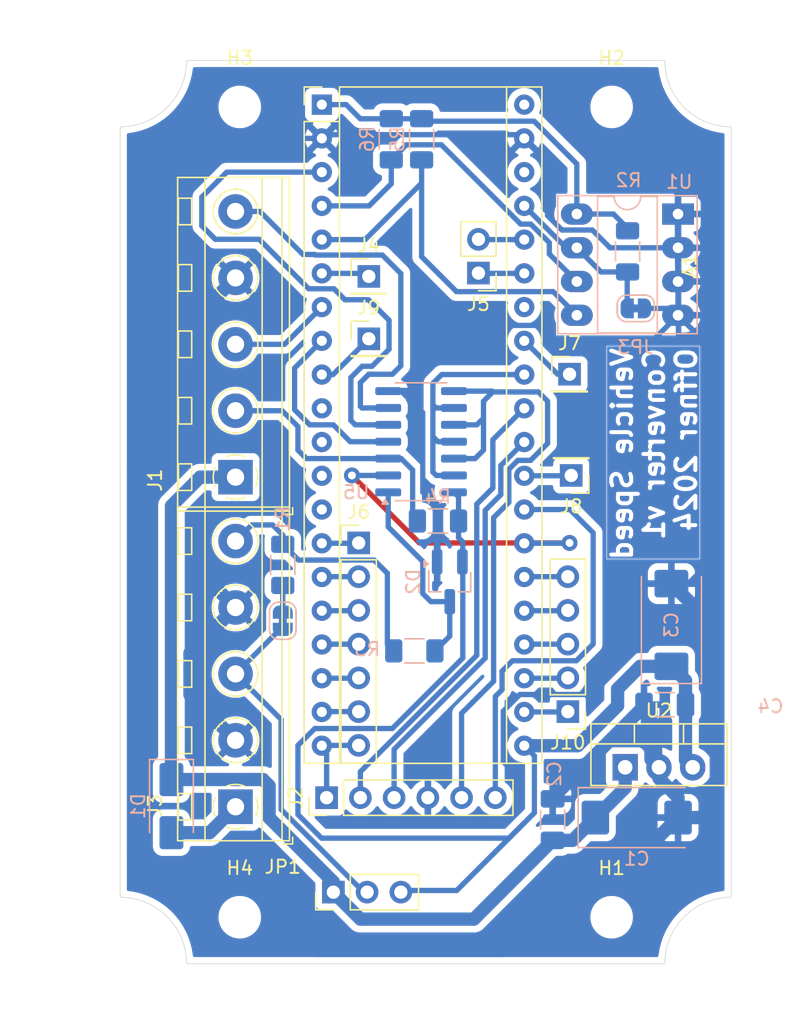
<source format=kicad_pcb>
(kicad_pcb (version 20221018) (generator pcbnew)
  (layers (0 "F.Cu" signal) (31 "B.Cu" signal) (34 "B.Paste" user) (35 "F.Paste" user) (36 "B.SilkS" user "B.Silkscreen") (37 "F.SilkS" user "F.Silkscreen") (38 "B.Mask" user) (39 "F.Mask" user) (44 "Edge.Cuts" user))
  (net 0 "")
  (net 1 "+3V3")
  (net 2 "GND")
  (net 3 "/SCL")
  (net 4 "/SDA")
  (net 5 "/TX")
  (net 6 "/RX")
  (net 7 "/CW{slash}CCW")
  (net 9 "/STATE")
  (net 11 "/WP")
  (net 12 "/EN")
  (net 15 "VCC")
  (net 16 "+5V")
  (net 17 "Net-(D1-A)")
  (net 18 "/SSIG")
  (net 19 "Net-(JP2-A)")
  (net 20 "/SensorVcc")
  (net 21 "Net-(D2-K-Pad3)")
  (net 25 "/MotorSpeed")
  (net 26 "/MotorPWM")
  (net 27 "/VSpeedIn")
  (net 28 "Net-(A1-RX1{slash}D25)")
  (net 29 "Net-(A1-TX1{slash}D26)")
  (net 30 "Net-(A1-MOSI2{slash}D28)")
  (net 31 "Net-(A1-MISO2{slash}D29)")
  (net 32 "Net-(A1-SCK2{slash}D30)")
  (net 33 "Net-(A1-D1{slash}SCL2)")
  (net 34 "Net-(A1-D2)")
  (net 35 "Net-(A1-D3)")
  (net 36 "Net-(A1-D4{slash}MOSI1)")
  (net 37 "Net-(A1-D7{slash}SS1)")
  (net 38 "Net-(A1-D12)")
  (net 39 "Net-(A1-D13)")
  (net 40 "Net-(A1-D20)")
  (net 41 "Net-(A1-D27)")
  (net 42 "Net-(A1-D17)")
  (net 43 "Net-(J2-Pin_5)")
  (net 44 "/~{HC05ON}")
  (net 45 "Net-(A1-D11)")
  (net 46 "Net-(J1-Pin_5)")
  (net 47 "Net-(J1-Pin_2)")
  (net 48 "Net-(A1-D0{slash}SDA2)")
  (footprint "Package_TO_SOT_THT:TO-220-3_Vertical" (layer "F.Cu") (at 168.021 124.714)
    (fp_text reference "U2")
    (fp_text value "L7805")
  )
  (footprint "Connector_PinHeader_2.54mm:PinHeader_1x03_P2.54mm_Vertical" (layer "F.Cu") (at 146.05 134.112 90)
    (fp_text reference "JP1")
    (fp_text value "SensorVcc")
  )
  (footprint "Connector_PinHeader_2.54mm:PinHeader_1x05_P2.54mm_Vertical" (layer "F.Cu") (at 163.703 120.523 180)
    (fp_text reference "J10")
    (fp_text value "Conn_01x05")
  )
  (footprint "MountingHole:MountingHole_2.7mm_M2.5" (layer "F.Cu") (at 139 75)
    (fp_text reference "H3")
    (fp_text value "MountingHole")
  )
  (footprint "TerminalBlock_MetzConnect:TerminalBlock_MetzConnect_Type094_RT03505HBLU_1x05_P5.00mm_Horizontal" (layer "F.Cu") (at 138.684 127.682 90)
    (fp_text reference "J3")
    (fp_text value "Input")
  )
  (footprint "MountingHole:MountingHole_2.7mm_M2.5" (layer "F.Cu") (at 167 136)
    (fp_text reference "H1")
    (fp_text value "MountingHole")
  )
  (footprint "Connector_PinHeader_2.54mm:PinHeader_1x01_P2.54mm_Vertical" (layer "F.Cu") (at 163.957 102.743 180)
    (fp_text reference "J8")
    (fp_text value "Conn_01x01")
  )
  (footprint "Connector_PinHeader_2.54mm:PinHeader_1x01_P2.54mm_Vertical" (layer "F.Cu") (at 163.83 95.123)
    (fp_text reference "J7")
    (fp_text value "Conn_01x01")
  )
  (footprint "Connector_PinHeader_2.54mm:PinHeader_1x01_P2.54mm_Vertical" (layer "F.Cu") (at 148.717 92.456)
    (fp_text reference "J9")
    (fp_text value "Conn_01x01")
  )
  (footprint "Connector_PinHeader_2.54mm:PinHeader_1x01_P2.54mm_Vertical" (layer "F.Cu") (at 148.717 87.757)
    (fp_text reference "J4")
    (fp_text value "Conn_01x01")
  )
  (footprint "Connector_PinHeader_2.54mm:PinHeader_1x07_P2.54mm_Vertical" (layer "F.Cu") (at 147.955 107.823)
    (fp_text reference "J6")
    (fp_text value "Conn_01x07")
  )
  (footprint "Module:Maple_Mini" (layer "F.Cu") (at 145.18 74.828)
    (fp_text reference "A1")
    (fp_text value "Maple_Mini")
  )
  (footprint "MountingHole:MountingHole_2.7mm_M2.5" (layer "F.Cu") (at 139 136)
    (fp_text reference "H4")
    (fp_text value "MountingHole")
  )
  (footprint "TerminalBlock_MetzConnect:TerminalBlock_MetzConnect_Type094_RT03505HBLU_1x05_P5.00mm_Horizontal" (layer "F.Cu") (at 138.684 102.87 90)
    (fp_text reference "J1")
    (fp_text value "Motor")
  )
  (footprint "Connector_PinHeader_2.54mm:PinHeader_1x06_P2.54mm_Vertical" (layer "F.Cu") (at 145.542 127 90)
    (fp_text reference "J2")
    (fp_text value "HC05")
  )
  (footprint "MountingHole:MountingHole_2.7mm_M2.5" (layer "F.Cu") (at 167 75)
    (fp_text reference "H2")
    (fp_text value "MountingHole")
  )
  (footprint "Connector_PinHeader_2.54mm:PinHeader_1x02_P2.54mm_Vertical" (layer "F.Cu") (at 156.972 87.508 180)
    (fp_text reference "J5")
    (fp_text value "Conn_01x02")
  )
  (footprint "Diode_SMD:D_SMA" (layer "B.Cu") (at 133.858 127.635 -90)
    (fp_text reference "D1")
    (fp_text value "1N4007")
  )
  (footprint "Resistor_SMD:R_1206_3216Metric_Pad1.30x1.75mm_HandSolder" (layer "B.Cu") (at 152.69491 77.433615 -90)
    (fp_text reference "R5")
    (fp_text value "1k")
  )
  (footprint "Capacitor_Tantalum_SMD:CP_EIA-7343-31_Kemet-D" (layer "B.Cu") (at 171.5 114 90)
    (fp_text reference "C3")
    (fp_text value "100u/25")
  )
  (footprint "Package_DIP:DIP-8_W7.62mm_Socket_LongPads" (layer "B.Cu") (at 172 83.064 180)
    (fp_text reference "U1")
    (fp_text value "AT24CS64-SSHM" hide)
  )
  (footprint "Jumper:SolderJumper-2_P1.3mm_Bridged_RoundedPad1.0x1.5mm" (layer "B.Cu") (at 142.24 113.68 -90)
    (fp_text reference "JP2" hide)
    (fp_text value "SensorPullup")
  )
  (footprint "Resistor_SMD:R_1206_3216Metric_Pad1.30x1.75mm_HandSolder" (layer "B.Cu") (at 168.2 85.874 -90)
    (fp_text reference "R2")
    (fp_text value "10k")
  )
  (footprint "Capacitor_Tantalum_SMD:CP_EIA-7343-31_Kemet-D" (layer "B.Cu") (at 168.8875 128.5)
    (fp_text reference "C1")
    (fp_text value "100u/25")
  )
  (footprint "Package_TO_SOT_SMD:SOT-23_Handsoldering" (layer "B.Cu") (at 154.813 110.744 -90)
    (fp_text reference "D2")
    (fp_text value "BAV99" hide)
  )
  (footprint "Capacitor_SMD:C_1206_3216Metric_Pad1.33x1.80mm_HandSolder" (layer "B.Cu") (at 171 120 180)
    (fp_text reference "C4")
    (fp_text value "100n")
  )
  (footprint "Resistor_SMD:R_1206_3216Metric_Pad1.30x1.75mm_HandSolder" (layer "B.Cu") (at 153.924 106.172 180)
    (fp_text reference "R4")
    (fp_text value "10k")
  )
  (footprint "Resistor_SMD:R_1206_3216Metric_Pad1.30x1.75mm_HandSolder" (layer "B.Cu") (at 152.146 115.951)
    (fp_text reference "R3")
    (fp_text value "10k")
  )
  (footprint "Jumper:SolderJumper-2_P1.3mm_Bridged_RoundedPad1.0x1.5mm" (layer "B.Cu") (at 168.82 90.166 180)
    (fp_text reference "JP3")
    (fp_text value "WP")
  )
  (footprint "Package_SO:SOIC-14_3.9x8.7mm_P1.27mm" (layer "B.Cu") (at 152.654 100.203)
    (fp_text reference "U5")
    (fp_text value "74HC14")
  )
  (footprint "Resistor_SMD:R_1206_3216Metric_Pad1.30x1.75mm_HandSolder" (layer "B.Cu") (at 150.40891 77.433615 -90)
    (fp_text reference "R6")
    (fp_text value "1k")
  )
  (footprint "Resistor_SMD:R_1206_3216Metric_Pad1.30x1.75mm_HandSolder" (layer "B.Cu") (at 142.24 109.474 90)
    (fp_text reference "R1")
    (fp_text value "1k")
  )
  (footprint "Capacitor_SMD:C_1206_3216Metric_Pad1.33x1.80mm_HandSolder" (layer "B.Cu") (at 162.56 128.651 90)
    (fp_text reference "C2")
    (fp_text value "100n")
  )
  (gr_arc (start 176 76.5) (mid 172.464466 75.035534) (end 171 71.5) (stroke (width 0.05)) (layer "Edge.Cuts"))
  (gr_arc (start 135 71.5) (mid 133.535534 75.035534) (end 130 76.5) (stroke (width 0.05)) (layer "Edge.Cuts"))
  (gr_arc (start 130 134.5) (mid 133.535534 135.964466) (end 135 139.5) (stroke (width 0.05)) (layer "Edge.Cuts"))
  (gr_arc (start 171 139.5) (mid 172.464466 135.964466) (end 176 134.5) (stroke (width 0.05)) (layer "Edge.Cuts"))
  (gr_line (start 135 139.5) (end 171 139.5) (stroke (width 0.05)) (layer "Edge.Cuts"))
  (gr_line (start 171 71.5) (end 135 71.5) (stroke (width 0.05)) (layer "Edge.Cuts"))
  (gr_line (start 176 134.5) (end 176 76.5) (stroke (width 0.05)) (layer "Edge.Cuts"))
  (gr_line (start 130 76.5) (end 130 134.5) (stroke (width 0.05)) (layer "Edge.Cuts"))
  (gr_text "Vehicle Speed \nConverter v1\nOffner 2024" (at 173.5 93 90) (layer "B.Cu" knockout) (effects (font (size 1.5 1.5) (thickness 0.3) bold) (justify left bottom mirror)))
  (segment (start 164.38 83.064) (end 167.138 83.064) (width 0.4) (layer "B.Cu") (net 1))
  (segment (start 147.016 74.828) (end 148.082 75.894) (width 0.4) (layer "B.Cu") (net 1))
  (segment (start 168.2 84.126) (end 168.2 84.324) (width 0.4) (layer "B.Cu") (net 1))
  (segment (start 148.082 75.894) (end 152.684525 75.894) (width 0.4) (layer "B.Cu") (net 1))
  (segment (start 145.18 74.828) (end 147.016 74.828) (width 0.4) (layer "B.Cu") (net 1))
  (segment (start 164.38 83.064) (end 164.38 79.29) (width 0.4) (layer "B.Cu") (net 1))
  (segment (start 164.38 79.29) (end 161.163 76.073) (width 0.4) (layer "B.Cu") (net 1))
  (segment (start 152.884295 76.073) (end 161.163 76.073) (width 0.4) (layer "B.Cu") (net 1))
  (segment (start 167.138 83.064) (end 168.2 84.126) (width 0.4) (layer "B.Cu") (net 1))
  (segment (start 133.066937 76.314123) (end 133.474844 76.028502) (width 0.4) (layer "B.Cu") (net 2))
  (segment (start 151.638 96.393) (end 156.585 91.446) (width 0.4) (layer "B.Cu") (net 2))
  (segment (start 153.162 128.778) (end 153.162 127) (width 0.4) (layer "B.Cu") (net 2))
  (segment (start 174.879 114.2665) (end 174.879 127.508) (width 1) (layer "B.Cu") (net 2))
  (segment (start 141.097 132.334) (end 143.51 134.747) (width 1) (layer "B.Cu") (net 2))
  (segment (start 141.732 104.902) (end 141.732 100.457) (width 1) (layer "B.Cu") (net 2))
  (segment (start 135.001 91.553) (end 132.207 88.759) (width 0.4) (layer "B.Cu") (net 2))
  (segment (start 159.893 127.889) (end 159.004 128.778) (width 0.4) (layer "B.Cu") (net 2))
  (segment (start 172 90.684) (end 174.498 93.182) (width 0.4) (layer "B.Cu") (net 2))
  (segment (start 171.5 110.8875) (end 174.879 114.2665) (width 1) (layer "B.Cu") (net 2))
  (segment (start 174.498 109.1645) (end 172.775 110.8875) (width 0.4) (layer "B.Cu") (net 2))
  (segment (start 172 75.564723) (end 172 83.064) (width 0.4) (layer "B.Cu") (net 2))
  (segment (start 138.684 122.682) (end 135.255 119.253) (width 1) (layer "B.Cu") (net 2))
  (segment (start 150.179 96.393) (end 151.638 96.393) (width 0.4) (layer "B.Cu") (net 2))
  (segment (start 172 128.5) (end 172 126.9785) (width 1) (layer "B.Cu") (net 2))
  (segment (start 135.273552 73.684382) (end 135.44387 73.216436) (width 0.4) (layer "B.Cu") (net 2))
  (segment (start 159.893 125.349) (end 159.893 127.889) (width 0.4) (layer "B.Cu") (net 2))
  (segment (start 160.141 77.089) (end 145.459 77.089) (width 0.4) (layer "B.Cu") (net 2))
  (segment (start 135.001 95.377) (end 135.001 98.298) (width 1) (layer "B.Cu") (net 2))
  (segment (start 137.643 77.368) (end 133.858 81.153) (width 0.4) (layer "B.Cu") (net 2))
  (segment (start 135.578787 72.701213) (end 136.08 72.2) (width 0.4) (layer "B.Cu") (net 2))
  (segment (start 171.791575 75.356298) (end 172 75.564723) (width 0.4) (layer "B.Cu") (net 2))
  (segment (start 151.153999 96.393) (end 152.781 98.020001) (width 0.4) (layer "B.Cu") (net 2))
  (segment (start 135.001 92.202) (end 135.001 95.377) (width 1) (layer "B.Cu") (net 2))
  (segment (start 134.208425 75.356298) (end 134.528502 74.974844) (width 0.4) (layer "B.Cu") (net 2))
  (segment (start 171.185877 74.566937) (end 171.471498 74.974844) (width 0.4) (layer "B.Cu") (net 2))
  (segment (start 172 126.9785) (end 170.561 125.5395) (width 1) (layer "B.Cu") (net 2))
  (segment (start 134.528502 74.974844) (end 134.814123 74.566937) (width 0.4) (layer "B.Cu") (net 2))
  (segment (start 135.255 119.253) (end 135.255 117.221) (width 1) (layer "B.Cu") (net 2))
  (segment (start 135.001 99.314) (end 136.144 100.457) (width 1) (layer "B.Cu") (net 2))
  (segment (start 156.585 91.446) (end 161.55 91.446) (width 0.4) (layer "B.Cu") (net 2))
  (segment (start 144.977 138.5) (end 158.807 138.5) (width 1) (layer "B.Cu") (net 2))
  (segment (start 170.561 125.5395) (end 170.561 124.714) (width 1) (layer "B.Cu") (net 2))
  (segment (start 135.57275 72.73545) (end 135.578787 72.701213) (width 0.4) (layer "B.Cu") (net 2))
  (segment (start 136.144 100.457) (end 141.732 100.457) (width 1) (layer "B.Cu") (net 2))
  (segment (start 135.44387 73.216436) (end 135.57275 72.73545) (width 0.4) (layer "B.Cu") (net 2))
  (segment (start 171.471498 74.974844) (end 171.791575 75.356298) (width 0.4) (layer "B.Cu") (net 2))
  (segment (start 135.063105 74.135686) (end 135.273552 73.684382) (width 0.4) (layer "B.Cu") (net 2))
  (segment (start 132.207 88.759) (end 132.207 76.763005) (width 0.4) (layer "B.Cu") (net 2))
  (segment (start 174.879 127.508) (end 173.887 128.5) (width 1) (layer "B.Cu") (net 2))
  (segment (start 168.42 132.08) (end 172 128.5) (width 1) (layer "B.Cu") (net 2))
  (segment (start 158.842 124.298) (end 159.893 125.349) (width 0.4) (layer "B.Cu") (net 2))
  (segment (start 169.47 90.166) (end 171.482 90.166) (width 0.4) (layer "B.Cu") (net 2))
  (segment (start 152.781 98.020001) (end 152.781 104.009498) (width 0.4) (layer "B.Cu") (net 2))
  (segment (start 170.561 124.714) (end 169.96 124.113) (width 1) (layer "B.Cu") (net 2))
  (segment (start 136.017 110.015) (end 136.017 106.172) (width 1) (layer "B.Cu") (net 2))
  (segment (start 159.004 128.778) (end 153.162 128.778) (width 0.4) (layer "B.Cu") (net 2))
  (segment (start 169.96 124.113) (end 169.96 120.5225) (width 1) (layer "B.Cu") (net 2))
  (segment (start 131 131) (end 132.334 132.334) (width 1) (layer "B.Cu") (net 2))
  (segment (start 152.781 104.009498) (end 153.924 105.152498) (width 0.4) (layer "B.Cu") (net 2))
  (segment (start 158.842 120.482683) (end 158.842 124.298) (width 0.4) (layer "B.Cu") (net 2))
  (segment (start 136.906 105.283) (end 141.351 105.283) (width 1) (layer "B.Cu") (net 2))
  (segment (start 171.5 110.8875) (end 171.5 113.234) (width 0.4) (layer "B.Cu") (net 2))
  (segment (start 170.738738 73.710738) (end 170.936895 74.135686) (width 0.4) (layer "B.Cu") (net 2))
  (segment (start 138.684 112.682) (end 136.017 110.015) (width 1) (layer "B.Cu") (net 2))
  (segment (start 162.179 79.127) (end 160.42 77.368) (width 0.4) (layer "B.Cu") (net 2))
  (segment (start 131 102.299) (end 131 131) (width 1) (layer "B.Cu") (net 2))
  (segment (start 162.56 127) (end 169.4375 120.1225) (width 1) (layer "B.Cu") (net 2))
  (segment (start 172 83.064) (end 172 90.684) (width 0.4) (layer "B.Cu") (net 2))
  (segment (start 143.51 134.747) (end 143.51 137.033) (width 1) (layer "B.Cu") (net 2))
  (segment (start 171.5 113.234) (end 165.501 119.233) (width 0.4) (layer "B.Cu") (net 2))
  (segment (start 133.858 91.059) (end 135.001 92.202) (width 0.4) (layer "B.Cu") (net 2))
  (segment (start 173.887 128.5) (end 172 128.5) (width 1) (layer "B.Cu") (net 2))
  (segment (start 163.258 84.264) (end 162.179 83.185) (width 0.4) (layer "B.Cu") (net 2))
  (segment (start 161.55 91.446) (end 162.677801 92.573801) (width 0.4) (layer "B.Cu") (net 2))
  (segment (start 132.334 132.334) (end 141.097 132.334) (width 1) (layer "B.Cu") (net 2))
  (segment (start 135.001 98.298) (end 131 102.299) (width 1) (layer "B.Cu") (net 2))
  (segment (start 166.884 85.604) (end 165.544 84.264) (width 0.4) (layer "B.Cu") (net 2))
  (segment (start 165.501 119.233) (end 160.091683 119.233) (width 0.4) (layer "B.Cu") (net 2))
  (segment (start 135.255 116.111) (end 135.255 117.221) (width 1) (layer "B.Cu") (net 2))
  (segment (start 170.936895 74.135686) (end 171.185877 74.566937) (width 0.4) (layer "B.Cu") (net 2))
  (segment (start 158.807 138.5) (end 165.227 132.08) (width 1) (layer "B.Cu") (net 2))
  (segment (start 136.017 106.172) (end 136.906 105.283) (width 1) (layer "B.Cu") (net 2))
  (segment (start 132.635686 76.563105) (end 133.066937 76.314123) (width 0.4) (layer "B.Cu") (net 2))
  (segment (start 145.18 77.368) (end 137.643 77.368) (width 0.4) (layer "B.Cu") (net 2))
  (segment (start 133.858 81.153) (end 133.858 91.059) (width 0.4) (layer "B.Cu") (net 2))
  (segment (start 162.677801 92.573801) (end 170.110199 92.573801) (width 0.4) (layer "B.Cu") (net 2))
  (segment (start 160.091683 119.233) (end 158.842 120.482683) (width 0.4) (layer "B.Cu") (net 2))
  (segment (start 138.684 112.682) (end 135.255 116.111) (width 1) (layer "B.Cu") (net 2))
  (segment (start 133.474844 76.028502) (end 133.856298 75.708425) (width 0.4) (layer "B.Cu") (net 2))
  (segment (start 136.08 72.2) (end 169.228 72.2) (width 0.4) (layer "B.Cu") (net 2))
  (segment (start 172 85.604) (end 166.884 85.604) (width 0.4) (layer "B.Cu") (net 2))
  (segment (start 169.228 72.2) (end 170.738738 73.710738) (width 0.4) (layer "B.Cu") (net 2))
  (segment (start 141.351 105.283) (end 141.732 104.902) (width 1) (layer "B.Cu") (net 2))
  (segment (start 174.498 108) (end 174.498 109.1645) (width 0.4) (layer "B.Cu") (net 2))
  (segment (start 170.110199 92.573801) (end 172 90.684) (width 0.4) (layer "B.Cu") (net 2))
  (segment (start 150.179 96.393) (end 151.153999 96.393) (width 0.4) (layer "B.Cu") (net 2))
  (segment (start 134.814123 74.566937) (end 135.063105 74.135686) (width 0.4) (layer "B.Cu") (net 2))
  (segment (start 132.207 76.763005) (end 132.635686 76.563105) (width 0.4) (layer "B.Cu") (net 2))
  (segment (start 174.498 93.182) (end 174.498 108) (width 0.4) (layer "B.Cu") (net 2))
  (segment (start 135.001 98.298) (end 135.001 99.314) (width 1) (layer "B.Cu") (net 2))
  (segment (start 169.96 120.5225) (end 169.4375 120) (width 1) (layer "B.Cu") (net 2))
  (segment (start 138.684 87.87) (end 135.001 91.553) (width 1) (layer "B.Cu") (net 2))
  (segment (start 172.775 110.8875) (end 171.5 110.8875) (width 0.4) (layer "B.Cu") (net 2))
  (segment (start 135.001 91.553) (end 135.001 92.202) (width 1) (layer "B.Cu") (net 2))
  (segment (start 143.51 137.033) (end 144.977 138.5) (width 1) (layer "B.Cu") (net 2))
  (segment (start 133.856298 75.708425) (end 134.208425 75.356298) (width 0.4) (layer "B.Cu") (net 2))
  (segment (start 165.227 132.08) (end 168.42 132.08) (width 1) (layer "B.Cu") (net 2))
  (segment (start 162.179 83.185) (end 162.179 79.127) (width 0.4) (layer "B.Cu") (net 2))
  (segment (start 153.924 105.152498) (end 153.924 109.183) (width 0.4) (layer "B.Cu") (net 2))
  (segment (start 165.544 84.264) (end 163.258 84.264) (width 0.4) (layer "B.Cu") (net 2))
  (segment (start 162.306 85.217) (end 162.306 86.07) (width 0.4) (layer "B.Cu") (net 3))
  (segment (start 151.541525 77.851) (end 154.179683 77.851) (width 0.4) (layer "B.Cu") (net 3))
  (segment (start 150.40891 80.78109) (end 148.742 82.448) (width 0.4) (layer "B.Cu") (net 3))
  (segment (start 160.148683 83.82) (end 160.909 83.82) (width 0.4) (layer "B.Cu") (net 3))
  (segment (start 162.306 86.07) (end 164.38 88.144) (width 0.4) (layer "B.Cu") (net 3))
  (segment (start 160.909 83.82) (end 162.306 85.217) (width 0.4) (layer "B.Cu") (net 3))
  (segment (start 150.40891 78.983615) (end 150.40891 80.78109) (width 0.4) (layer "B.Cu") (net 3))
  (segment (start 154.179683 77.851) (end 160.148683 83.82) (width 0.4) (layer "B.Cu") (net 3))
  (segment (start 150.40891 78.983615) (end 151.541525 77.851) (width 0.4) (layer "B.Cu") (net 3))
  (segment (start 148.742 82.448) (end 145.18 82.448) (width 0.4) (layer "B.Cu") (net 3))
  (segment (start 145.18 84.988) (end 148.438 84.988) (width 0.4) (layer "B.Cu") (net 4))
  (segment (start 152.69491 80.73109) (end 152.69491 86.27991) (width 0.4) (layer "B.Cu") (net 4))
  (segment (start 152.69491 86.27991) (end 155.321 88.906) (width 0.4) (layer "B.Cu") (net 4))
  (segment (start 164.38 90.684) (end 162.602 88.906) (width 0.4) (layer "B.Cu") (net 4))
  (segment (start 152.69491 80.73109) (end 152.69491 78.983615) (width 0.4) (layer "B.Cu") (net 4))
  (segment (start 162.602 88.906) (end 155.321 88.906) (width 0.4) (layer "B.Cu") (net 4))
  (segment (start 148.438 84.988) (end 152.69491 80.73109) (width 0.4) (layer "B.Cu") (net 4))
  (segment (start 158.658 104.1905) (end 158.658 101.99) (width 0.4) (layer "B.Cu") (net 5))
  (segment (start 157.48 116.499472) (end 157.48 105.3685) (width 0.4) (layer "B.Cu") (net 5))
  (segment (start 150.622 123.357472) (end 157.48 116.499472) (width 0.4) (layer "B.Cu") (net 5))
  (segment (start 157.48 105.3685) (end 158.658 104.1905) (width 0.4) (layer "B.Cu") (net 5))
  (segment (start 150.622 127) (end 150.622 123.357472) (width 0.4) (layer "B.Cu") (net 5))
  (segment (start 158.658 101.99) (end 160.42 100.228) (width 0.4) (layer "B.Cu") (net 5))
  (segment (start 148.082 127) (end 148.082 125.048944) (width 0.4) (layer "B.Cu") (net 6))
  (segment (start 156.845 116.285944) (end 156.845 104.902) (width 0.4) (layer "B.Cu") (net 6))
  (segment (start 158.058 103.689) (end 158.058 100.05) (width 0.4) (layer "B.Cu") (net 6))
  (segment (start 158.058 100.05) (end 160.42 97.688) (width 0.4) (layer "B.Cu") (net 6))
  (segment (start 156.845 104.902) (end 158.058 103.689) (width 0.4) (layer "B.Cu") (net 6))
  (segment (start 148.082 125.048944) (end 156.845 116.285944) (width 0.4) (layer "B.Cu") (net 6))
  (segment (start 142.378 92.87) (end 145.18 90.068) (width 0.4) (layer "B.Cu") (net 7))
  (segment (start 138.684 92.87) (end 142.378 92.87) (width 0.4) (layer "B.Cu") (net 7))
  (segment (start 145.542 127) (end 145.542 123.45) (width 0.4) (layer "B.Cu") (net 9))
  (segment (start 147.955 123.063) (end 145.205 123.063) (width 0.4) (layer "B.Cu") (net 9))
  (segment (start 168.17 90.166) (end 168.17 87.454) (width 0.4) (layer "B.Cu") (net 11))
  (segment (start 168.2 87.424) (end 166.2 87.424) (width 0.4) (layer "B.Cu") (net 11))
  (segment (start 163.576 85.604) (end 160.42 82.448) (width 0.4) (layer "B.Cu") (net 11))
  (segment (start 166.2 87.424) (end 164.38 85.604) (width 0.4) (layer "B.Cu") (net 11))
  (segment (start 163.855 105.308) (end 160.42 105.308) (width 0.4) (layer "B.Cu") (net 12))
  (segment (start 158.75 118.872) (end 158.75 117.475) (width 0.4) (layer "B.Cu") (net 12))
  (segment (start 158.242 127) (end 158.242 119.38) (width 0.4) (layer "B.Cu") (net 12))
  (segment (start 165.608 115.432767) (end 165.608 107.061) (width 0.4) (layer "B.Cu") (net 12))
  (segment (start 165.608 107.061) (end 163.855 105.308) (width 0.4) (layer "B.Cu") (net 12))
  (segment (start 158.242 119.38) (end 158.75 118.872) (width 0.4) (layer "B.Cu") (net 12))
  (segment (start 164.347767 116.693) (end 165.608 115.432767) (width 0.4) (layer "B.Cu") (net 12))
  (segment (start 159.532 116.693) (end 164.347767 116.693) (width 0.4) (layer "B.Cu") (net 12))
  (segment (start 158.75 117.475) (end 159.532 116.693) (width 0.4) (layer "B.Cu") (net 12))
  (segment (start 133.858 125.635) (end 140.745208 125.635) (width 1) (layer "B.Cu") (net 15))
  (segment (start 141.213 128.513) (end 146.05 133.35) (width 1) (layer "B.Cu") (net 15))
  (segment (start 168.021 126.254) (end 168.021 124.714) (width 1) (layer "B.Cu") (net 15))
  (segment (start 133.858 125.635) (end 133.858 105.029) (width 1) (layer "B.Cu") (net 15))
  (segment (start 165.775 128.5) (end 168.021 126.254) (width 1) (layer "B.Cu") (net 15))
  (segment (start 146.05 133.35) (end 146.05 134.112) (width 1) (layer "B.Cu") (net 15))
  (segment (start 164.0615 130.2135) (end 165.775 128.5) (width 1) (layer "B.Cu") (net 15))
  (segment (start 162.56 130.2135) (end 164.0615 130.2135) (width 1) (layer "B.Cu") (net 15))
  (segment (start 141.213 126.102792) (end 141.213 128.513) (width 1) (layer "B.Cu") (net 15))
  (segment (start 146.05 134.112) (end 148.082 136.144) (width 1) (layer "B.Cu") (net 15))
  (segment (start 136.017 102.87) (end 138.684 102.87) (width 1) (layer "B.Cu") (net 15))
  (segment (start 140.745208 125.635) (end 141.213 126.102792) (width 1) (layer "B.Cu") (net 15))
  (segment (start 156.6295 136.144) (end 162.56 130.2135) (width 1) (layer "B.Cu") (net 15))
  (segment (start 148.082 136.144) (end 156.6295 136.144) (width 1) (layer "B.Cu") (net 15))
  (segment (start 133.858 105.029) (end 136.017 102.87) (width 1) (layer "B.Cu") (net 15))
  (segment (start 164.44 123.088) (end 167.4495 120.0785) (width 1) (layer "B.Cu") (net 16))
  (segment (start 155.474 107.431) (end 155.474 106.172) (width 0.4) (layer "B.Cu") (net 16))
  (segment (start 145.161 130.048) (end 159.277 130.048) (width 0.4) (layer "B.Cu") (net 16))
  (segment (start 161.181999 123.849999) (end 160.42 123.088) (width 0.4) (layer "B.Cu") (net 16))
  (segment (start 172.5625 120) (end 172.5625 124.1755) (width 1) (layer "B.Cu") (net 16))
  (segment (start 172.5625 124.1755) (end 173.101 124.714) (width 1) (layer "B.Cu") (net 16))
  (segment (start 160.42 128.905) (end 161.181999 128.143001) (width 0.4) (layer "B.Cu") (net 16))
  (segment (start 144.653 121.793) (end 143.383 123.063) (width 0.4) (layer "B.Cu") (net 16))
  (segment (start 169.1455 117.1125) (end 171.5 117.1125) (width 1) (layer "B.Cu") (net 16))
  (segment (start 167.4495 120.0785) (end 167.4495 118.8085) (width 1) (layer "B.Cu") (net 16))
  (segment (start 161.181999 128.143001) (end 161.181999 123.849999) (width 0.4) (layer "B.Cu") (net 16))
  (segment (start 143.383 123.063) (end 143.383 128.27) (width 0.4) (layer "B.Cu") (net 16))
  (segment (start 159.277 130.048) (end 160.42 128.905) (width 0.4) (layer "B.Cu") (net 16))
  (segment (start 155.474 106.172) (end 155.474 104.358) (width 0.4) (layer "B.Cu") (net 16))
  (segment (start 160.42 123.088) (end 164.44 123.088) (width 1) (layer "B.Cu") (net 16))
  (segment (start 172.5625 120) (end 172.5625 118.175) (width 1) (layer "B.Cu") (net 16))
  (segment (start 155.794 107.751) (end 155.794 116.488416) (width 0.4) (layer "B.Cu") (net 16))
  (segment (start 172.5625 118.175) (end 171.5 117.1125) (width 1) (layer "B.Cu") (net 16))
  (segment (start 167.4495 118.8085) (end 169.1455 117.1125) (width 1) (layer "B.Cu") (net 16))
  (segment (start 150.489416 121.793) (end 144.653 121.793) (width 0.4) (layer "B.Cu") (net 16))
  (segment (start 155.34 133.985) (end 160.42 128.905) (width 0.4) (layer "B.Cu") (net 16))
  (segment (start 151.257 133.985) (end 155.34 133.985) (width 0.4) (layer "B.Cu") (net 16))
  (segment (start 155.474 104.358) (end 155.129 104.013) (width 0.4) (layer "B.Cu") (net 16))
  (segment (start 143.383 128.27) (end 145.161 130.048) (width 0.4) (layer "B.Cu") (net 16))
  (segment (start 155.794 116.488416) (end 150.489416 121.793) (width 0.4) (layer "B.Cu") (net 16))
  (segment (start 155.794 107.751) (end 155.474 107.431) (width 0.4) (layer "B.Cu") (net 16))
  (segment (start 133.858 129.635) (end 136.731 129.635) (width 1) (layer "B.Cu") (net 17))
  (segment (start 136.731 129.635) (end 138.684 127.682) (width 1) (layer "B.Cu") (net 17))
  (segment (start 150.596 115.951) (end 150.114 115.469) (width 0.4) (layer "B.Cu") (net 18))
  (segment (start 139.896 106.47) (end 141.478 106.47) (width 0.4) (layer "B.Cu") (net 18))
  (segment (start 149.118 109.113) (end 143.429 109.113) (width 0.4) (layer "B.Cu") (net 18))
  (segment (start 150.114 115.469) (end 150.114 110.109) (width 0.4) (layer "B.Cu") (net 18))
  (segment (start 138.684 107.682) (end 139.896 106.47) (width 0.4) (layer "B.Cu") (net 18))
  (segment (start 142.24 107.924) (end 142.24 107.232) (width 0.4) (layer "B.Cu") (net 18))
  (segment (start 150.114 110.109) (end 149.118 109.113) (width 0.4) (layer "B.Cu") (net 18))
  (segment (start 142.24 107.232) (end 141.478 106.47) (width 0.4) (layer "B.Cu") (net 18))
  (segment (start 143.429 109.113) (end 142.24 107.924) (width 0.4) (layer "B.Cu") (net 18))
  (segment (start 142.24 111.024) (end 142.24 113.03) (width 0.4) (layer "B.Cu") (net 19))
  (segment (start 142.113 121.111) (end 138.684 117.682) (width 0.4) (layer "B.Cu") (net 20))
  (segment (start 142.113 127.889) (end 142.113 121.111) (width 0.4) (layer "B.Cu") (net 20))
  (segment (start 148.336 134.112) (end 142.113 127.889) (width 0.4) (layer "B.Cu") (net 20))
  (segment (start 138.684 117.682) (end 142.036 114.33) (width 0.4) (layer "B.Cu") (net 20))
  (segment (start 154.813 114.834) (end 153.696 115.951) (width 0.4) (layer "B.Cu") (net 21))
  (segment (start 150.179 104.013) (end 150.179 106.618) (width 0.4) (layer "B.Cu") (net 21))
  (segment (start 154.813 112.244) (end 154.813 114.834) (width 0.4) (layer "B.Cu") (net 21))
  (segment (start 152.781 111.633) (end 153.392 112.244) (width 0.4) (layer "B.Cu") (net 21))
  (segment (start 150.179 106.618) (end 152.781 109.22) (width 0.4) (layer "B.Cu") (net 21))
  (segment (start 153.392 112.244) (end 154.813 112.244) (width 0.4) (layer "B.Cu") (net 21))
  (segment (start 152.781 109.22) (end 152.781 111.633) (width 0.4) (layer "B.Cu") (net 21))
  (segment (start 144.272 98.933) (end 143.129 97.79) (width 0.4) (layer "B.Cu") (net 25))
  (segment (start 146.05 98.933) (end 144.272 98.933) (width 0.4) (layer "B.Cu") (net 25))
  (segment (start 150.179 100.203) (end 147.32 100.203) (width 0.4) (layer "B.Cu") (net 25))
  (segment (start 143.129 94.659) (end 145.18 92.608) (width 0.4) (layer "B.Cu") (net 25))
  (segment (start 143.129 97.79) (end 143.129 94.659) (width 0.4) (layer "B.Cu") (net 25))
  (segment (start 147.32 100.203) (end 146.05 98.933) (width 0.4) (layer "B.Cu") (net 25))
  (segment (start 147.701 98.933) (end 150.179 98.933) (width 0.4) (layer "B.Cu") (net 26))
  (segment (start 146.094 88.69) (end 146.919 89.515) (width 0.4) (layer "B.Cu") (net 26))
  (segment (start 147.366 95.371472) (end 147.366 98.598) (width 0.4) (layer "B.Cu") (net 26))
  (segment (start 150.241 93.247528) (end 148.965528 94.523) (width 0.4) (layer "B.Cu") (net 26))
  (segment (start 148.965528 94.523) (end 148.214472 94.523) (width 0.4) (layer "B.Cu") (net 26))
  (segment (start 147.366 98.598) (end 147.701 98.933) (width 0.4) (layer "B.Cu") (net 26))
  (segment (start 145.18 79.908) (end 138.024 79.908) (width 0.4) (layer "B.Cu") (net 26))
  (segment (start 144.189 88.69) (end 146.094 88.69) (width 0.4) (layer "B.Cu") (net 26))
  (segment (start 148.697 89.515) (end 150.241 91.059) (width 0.4) (layer "B.Cu") (net 26))
  (segment (start 148.214472 94.523) (end 147.366 95.371472) (width 0.4) (layer "B.Cu") (net 26))
  (segment (start 150.241 91.059) (end 150.241 93.247528) (width 0.4) (layer "B.Cu") (net 26))
  (segment (start 140.462 84.963) (end 144.189 88.69) (width 0.4) (layer "B.Cu") (net 26))
  (segment (start 136.144 81.788) (end 136.144 83.947) (width 0.4) (layer "B.Cu") (net 26))
  (segment (start 138.024 79.908) (end 136.144 81.788) (width 0.4) (layer "B.Cu") (net 26))
  (segment (start 137.16 84.963) (end 140.462 84.963) (width 0.4) (layer "B.Cu") (net 26))
  (segment (start 146.919 89.515) (end 148.697 89.515) (width 0.4) (layer "B.Cu") (net 26))
  (segment (start 136.144 83.947) (end 137.16 84.963) (width 0.4) (layer "B.Cu") (net 26))
  (segment (start 152.527 107.823) (end 163.83 107.823) (width 0.4) (layer "F.Cu") (net 27))
  (segment (start 147.447 102.743) (end 152.527 107.823) (width 0.4) (layer "F.Cu") (net 27))
  (via (at 147.447 102.743) (size 1.2) (drill 0.6) (layers "F.Cu" "B.Cu") (net 27))
  (via (at 163.83 107.823) (size 1.2) (drill 0.6) (layers "F.Cu" "B.Cu") (net 27))
  (segment (start 160.42 107.848) (end 163.805 107.848) (width 0.4) (layer "B.Cu") (net 27))
  (segment (start 163.805 107.848) (end 163.83 107.823) (width 0.4) (layer "B.Cu") (net 27))
  (segment (start 150.179 102.743) (end 147.447 102.743) (width 0.4) (layer "B.Cu") (net 27))
  (segment (start 145.18 107.848) (end 147.93 107.848) (width 0.4) (layer "B.Cu") (net 28))
  (segment (start 147.955 110.363) (end 145.205 110.363) (width 0.4) (layer "B.Cu") (net 29))
  (segment (start 147.955 115.443) (end 145.205 115.443) (width 0.4) (layer "B.Cu") (net 30))
  (segment (start 145.18 118.008) (end 147.93 118.008) (width 0.4) (layer "B.Cu") (net 31))
  (segment (start 147.955 120.523) (end 145.205 120.523) (width 0.4) (layer "B.Cu") (net 32))
  (segment (start 160.42 118.008) (end 163.805 118.008) (width 0.4) (layer "B.Cu") (net 33))
  (segment (start 163.83 115.443) (end 160.445 115.443) (width 0.4) (layer "B.Cu") (net 34))
  (segment (start 160.42 112.928) (end 163.805 112.928) (width 0.4) (layer "B.Cu") (net 35))
  (segment (start 163.83 110.363) (end 160.445 110.363) (width 0.4) (layer "B.Cu") (net 36))
  (segment (start 160.42 102.768) (end 163.805 102.768) (width 0.4) (layer "B.Cu") (net 37))
  (segment (start 160.42 87.528) (end 156.992 87.528) (width 0.4) (layer "B.Cu") (net 38))
  (segment (start 160.42 84.988) (end 156.992 84.988) (width 0.4) (layer "B.Cu") (net 39))
  (segment (start 146.025 95.148) (end 145.18 95.148) (width 0.4) (layer "B.Cu") (net 40))
  (segment (start 148.717 92.456) (end 146.025 95.148) (width 0.4) (layer "B.Cu") (net 40))
  (segment (start 145.18 112.928) (end 147.93 112.928) (width 0.4) (layer "B.Cu") (net 41))
  (segment (start 145.18 87.528) (end 148.565 87.528) (width 0.4) (layer "B.Cu") (net 42))
  (segment (start 158.115 105.918) (end 159.258 104.775) (width 0.4) (layer "B.Cu") (net 43))
  (segment (start 157.353 98.425) (end 157.353 97.155) (width 0.4) (layer "B.Cu") (net 43))
  (segment (start 155.129 101.473) (end 156.718 101.473) (width 0.4) (layer "B.Cu") (net 43))
  (segment (start 155.702 120.65) (end 158.115 118.237) (width 0.4) (layer "B.Cu") (net 43))
  (segment (start 158.115 118.237) (end 158.115 105.918) (width 0.4) (layer "B.Cu") (net 43))
  (segment (start 155.129 98.933) (end 156.845 98.933) (width 0.4) (layer "B.Cu") (net 43))
  (segment (start 155.129 96.393) (end 157.988 96.393) (width 0.4) (layer "B.Cu") (net 43))
  (segment (start 159.258 102.286683) (end 159.938683 101.606) (width 0.4) (layer "B.Cu") (net 43))
  (segment (start 156.718 101.473) (end 157.353 100.838) (width 0.4) (layer "B.Cu") (net 43))
  (segment (start 157.988 96.393) (end 158.0515 96.4565) (width 0.4) (layer "B.Cu") (net 43))
  (segment (start 156.845 98.933) (end 157.353 98.425) (width 0.4) (layer "B.Cu") (net 43))
  (segment (start 155.702 127) (end 155.702 120.65) (width 0.4) (layer "B.Cu") (net 43))
  (segment (start 157.353 97.155) (end 158.0515 96.4565) (width 0.4) (layer "B.Cu") (net 43))
  (segment (start 159.938683 101.606) (end 160.901317 101.606) (width 0.4) (layer "B.Cu") (net 43))
  (segment (start 162.179 100.328317) (end 162.179 97.155) (width 0.4) (layer "B.Cu") (net 43))
  (segment (start 162.179 97.155) (end 161.4805 96.4565) (width 0.4) (layer "B.Cu") (net 43))
  (segment (start 159.258 104.775) (end 159.258 102.286683) (width 0.4) (layer "B.Cu") (net 43))
  (segment (start 161.4805 96.4565) (end 158.0515 96.4565) (width 0.4) (layer "B.Cu") (net 43))
  (segment (start 157.353 100.838) (end 157.353 98.425) (width 0.4) (layer "B.Cu") (net 43))
  (segment (start 160.901317 101.606) (end 162.179 100.328317) (width 0.4) (layer "B.Cu") (net 43))
  (segment (start 153.543 97.409) (end 153.543 95.808) (width 0.4) (layer "B.Cu") (net 44))
  (segment (start 153.543 95.808) (end 154.203 95.148) (width 0.4) (layer "B.Cu") (net 44))
  (segment (start 153.797 102.743) (end 153.543 102.489) (width 0.4) (layer "B.Cu") (net 44))
  (segment (start 155.129 102.743) (end 153.797 102.743) (width 0.4) (layer "B.Cu") (net 44))
  (segment (start 155.129 100.203) (end 153.924 100.203) (width 0.4) (layer "B.Cu") (net 44))
  (segment (start 153.924 100.203) (end 153.543 99.822) (width 0.4) (layer "B.Cu") (net 44))
  (segment (start 153.543 102.489) (end 153.543 99.822) (width 0.4) (layer "B.Cu") (net 44))
  (segment (start 155.129 97.663) (end 153.797 97.663) (width 0.4) (layer "B.Cu") (net 44))
  (segment (start 153.543 99.822) (end 153.543 97.409) (width 0.4) (layer "B.Cu") (net 44))
  (segment (start 154.203 95.148) (end 160.42 95.148) (width 0.4) (layer "B.Cu") (net 44))
  (segment (start 153.797 97.663) (end 153.543 97.409) (width 0.4) (layer "B.Cu") (net 44))
  (segment (start 160.42 92.608) (end 162.935 95.123) (width 0.4) (layer "B.Cu") (net 45))
  (segment (start 162.935 95.123) (end 163.83 95.123) (width 0.4) (layer "B.Cu") (net 45))
  (segment (start 148.082 97.536) (end 148.209 97.663) (width 0.4) (layer "B.Cu") (net 46))
  (segment (start 149.737 86.15) (end 151.13 87.543) (width 0.4) (layer "B.Cu") (net 46))
  (segment (start 150.495 95.123) (end 148.717 95.123) (width 0.4) (layer "B.Cu") (net 46))
  (segment (start 148.717 95.123) (end 148.082 95.758) (width 0.4) (layer "B.Cu") (net 46))
  (segment (start 140.522477 82.87) (end 143.758477 86.106) (width 0.4) (layer "B.Cu") (net 46))
  (segment (start 151.13 94.488) (end 150.495 95.123) (width 0.4) (layer "B.Cu") (net 46))
  (segment (start 148.082 95.758) (end 148.082 97.536) (width 0.4) (layer "B.Cu") (net 46))
  (segment (start 148.209 97.663) (end 150.179 97.663) (width 0.4) (layer "B.Cu") (net 46))
  (segment (start 144.698683 86.15) (end 149.737 86.15) (width 0.4) (layer "B.Cu") (net 46))
  (segment (start 144.654683 86.106) (end 144.698683 86.15) (width 0.4) (layer "B.Cu") (net 46))
  (segment (start 138.684 82.87) (end 140.522477 82.87) (width 0.4) (layer "B.Cu") (net 46))
  (segment (start 143.758477 86.106) (end 144.654683 86.106) (width 0.4) (layer "B.Cu") (net 46))
  (segment (start 151.13 87.543) (end 151.13 94.488) (width 0.4) (layer "B.Cu") (net 46))
  (segment (start 143.383 99.06) (end 142.193 97.87) (width 0.4) (layer "B.Cu") (net 47))
  (segment (start 150.179 101.473) (end 144.018 101.473) (width 0.4) (layer "B.Cu") (net 47))
  (segment (start 142.193 97.87) (end 141.224 97.87) (width 0.4) (layer "B.Cu") (net 47))
  (segment (start 152.019 102.338001) (end 151.153999 101.473) (width 0.4) (layer "B.Cu") (net 47))
  (segment (start 143.383 100.838) (end 143.383 99.06) (width 0.4) (layer "B.Cu") (net 47))
  (segment (start 144.018 101.473) (end 143.383 100.838) (width 0.4) (layer "B.Cu") (net 47))
  (segment (start 152.019 105.817) (end 152.019 102.338001) (width 0.4) (layer "B.Cu") (net 47))
  (segment (start 141.224 97.87) (end 139.532528 97.87) (width 0.4) (layer "B.Cu") (net 47))
  (segment (start 141.224 97.87) (end 138.684 97.87) (width 0.4) (layer "B.Cu") (net 47))
  (segment (start 151.153999 101.473) (end 150.179 101.473) (width 0.4) (layer "B.Cu") (net 47))
  (segment (start 160.42 120.548) (end 163.678 120.548) (width 0.4) (layer "B.Cu") (net 48))
  (zone (net 2) (net_name "GND") (layer "B.Cu") (connect_pads (clearance 0.5)) (min_thickness 0.25) (fill yes (thermal_gap 0.5) (thermal_bridge_width 0.5))
    (polygon (pts (xy 177.8 70.104) (xy 177.038 141.478) (xy 128.016 140.97) (xy 128.143 69.088)))
  )
  (zone (net 0) (net_name "") (layer "B.Cu") (connect_pads (clearance 0)) (min_thickness 0.25)
    (keepout (tracks allowed) (vias not_allowed) (pads allowed) (copperpour not_allowed) (footprints allowed))
    (fill (thermal_gap 0.5) (thermal_bridge_width 0.5))
    (polygon (pts (xy 162.814 81.534) (xy 171.704 81.534) (xy 171.831 92.202) (xy 162.814 92.202)))
  )
)
</source>
